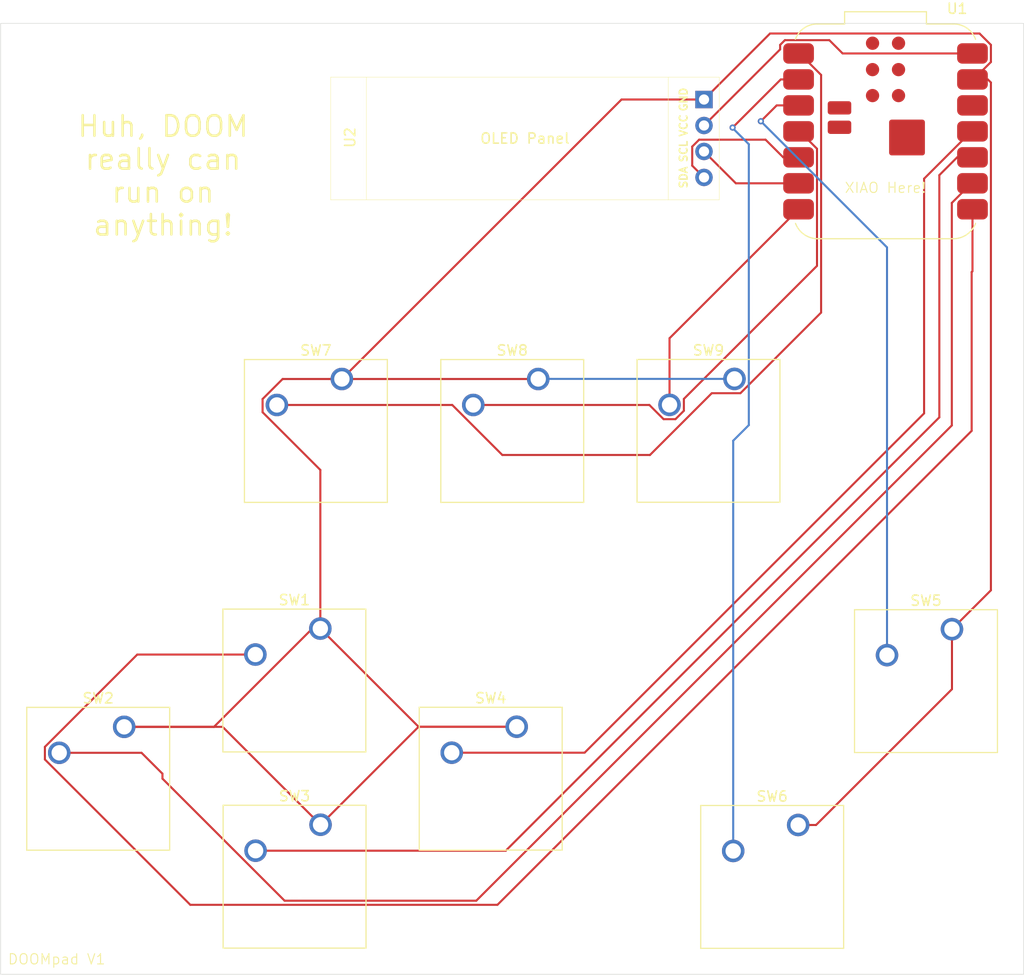
<source format=kicad_pcb>
(kicad_pcb (version 20241229) (generator "pcbnew") (generator_version "9.0")
  (title_block (title "DOOMpad PCB project") (date "2026-01-07") (rev "V1"))
  (layers (0 "F.Cu" signal) (2 "B.Cu" signal) (13 "F.Paste" user) (15 "B.Paste" user) (5 "F.SilkS" user "F.Silkscreen") (7 "B.SilkS" user "B.Silkscreen") (1 "F.Mask" user) (3 "B.Mask" user) (25 "Edge.Cuts" user))
  (net 0 "")
  (net 1 "Net-(U1-GPIO1{slash}RX)")
  (net 2 "Net-(U1-GPIO2{slash}SCK)")
  (net 3 "Net-(U1-GPIO4{slash}MISO)")
  (net 4 "Net-(U1-GPIO3{slash}MOSI)")
  (net 5 "Net-(U1-GPIO28{slash}ADC2{slash}A2)")
  (net 6 "Net-(U1-GPIO27{slash}ADC1{slash}A1)")
  (net 7 "Net-(U1-GPIO26{slash}ADC0{slash}A0)")
  (net 8 "Net-(U1-GPIO29{slash}ADC3{slash}A3)")
  (net 9 "Net-(U1-GPIO0{slash}TX)")
  (net 10 "Net-(U1-GPIO7{slash}SCL)")
  (net 12 "Net-(U1-VBUS)")
  (net 13 "Net-(U1-GPIO6{slash}SDA)")
  (net 14 "Net-(U1-GND)")
  (footprint "Button_Switch_Keyboard:SW_Cherry_MX_1.00u_PCB" (layer "F.Cu") (at 126.21 107.586735)
    (property "Reference" "SW1" (at -2.54 -2.794 0) (layer "F.SilkS"))
    (property "Value" "SW_Push")
    (fp_line (start -9.525001 -1.905) (end 4.445 -1.905) (stroke (width 0.12)) (layer "F.SilkS"))
    (fp_line (start -9.525 12.065) (end -9.525001 -1.905) (stroke (width 0.12)) (layer "F.SilkS"))
    (fp_line (start 4.445 -1.905) (end 4.445 12.065) (stroke (width 0.12)) (layer "F.SilkS"))
    (fp_line (start 4.445 12.065) (end -9.525 12.065) (stroke (width 0.12)) (layer "F.SilkS"))
    (pad "" np_thru_hole circle (at -7.62 5.08) (size 1.7 1.7) (drill 1.7) (layers "*.Cu" "*.Mask"))
    (pad "" np_thru_hole circle (at -2.54 5.08) (size 4 4) (drill 4) (layers "*.Cu" "*.Mask"))
    (pad "" np_thru_hole circle (at 2.54 5.08) (size 1.7 1.7) (drill 1.7) (layers "*.Cu" "*.Mask"))
    (pad "1" thru_hole circle (at 0 0) (size 2.2 2.2) (drill 1.5) (layers "*.Cu" "*.Mask") (net 14 "Net-(U1-GND)"))
    (pad "2" thru_hole circle (at -6.35 2.54) (size 2.2 2.2) (drill 1.5) (layers "*.Cu" "*.Mask") (net 1 "Net-(U1-GPIO1{slash}RX)"))
  )
  (footprint "Button_Switch_Keyboard:SW_Cherry_MX_1.00u_PCB" (layer "F.Cu") (at 107.035 117.196735)
    (property "Reference" "SW2" (at -2.54 -2.794 0) (layer "F.SilkS"))
    (property "Value" "SW_Push")
    (fp_line (start -9.525001 -1.905) (end 4.445 -1.905) (stroke (width 0.12)) (layer "F.SilkS"))
    (fp_line (start -9.525 12.065) (end -9.525001 -1.905) (stroke (width 0.12)) (layer "F.SilkS"))
    (fp_line (start 4.445 -1.905) (end 4.445 12.065) (stroke (width 0.12)) (layer "F.SilkS"))
    (fp_line (start 4.445 12.065) (end -9.525 12.065) (stroke (width 0.12)) (layer "F.SilkS"))
    (pad "" np_thru_hole circle (at -7.62 5.08) (size 1.7 1.7) (drill 1.7) (layers "*.Cu" "*.Mask"))
    (pad "" np_thru_hole circle (at -2.54 5.08) (size 4 4) (drill 4) (layers "*.Cu" "*.Mask"))
    (pad "" np_thru_hole circle (at 2.54 5.08) (size 1.7 1.7) (drill 1.7) (layers "*.Cu" "*.Mask"))
    (pad "1" thru_hole circle (at 0 0) (size 2.2 2.2) (drill 1.5) (layers "*.Cu" "*.Mask") (net 14 "Net-(U1-GND)"))
    (pad "2" thru_hole circle (at -6.35 2.54) (size 2.2 2.2) (drill 1.5) (layers "*.Cu" "*.Mask") (net 2 "Net-(U1-GPIO2{slash}SCK)"))
  )
  (footprint "Button_Switch_Keyboard:SW_Cherry_MX_1.00u_PCB" (layer "F.Cu") (at 128.315 83.176735)
    (property "Reference" "SW7" (at -2.54 -2.794 0) (layer "F.SilkS"))
    (property "Value" "SW_Push")
    (fp_line (start -9.525 -1.905) (end 4.445 -1.905) (stroke (width 0.12)) (layer "F.SilkS"))
    (fp_line (start -9.525 12.065) (end -9.525 -1.905) (stroke (width 0.12)) (layer "F.SilkS"))
    (fp_line (start 4.445 -1.905) (end 4.445 12.065) (stroke (width 0.12)) (layer "F.SilkS"))
    (fp_line (start 4.445 12.065) (end -9.525 12.065) (stroke (width 0.12)) (layer "F.SilkS"))
    (pad "" np_thru_hole circle (at -7.62 5.08) (size 1.7 1.7) (drill 1.7) (layers "*.Cu" "*.Mask"))
    (pad "" np_thru_hole circle (at -2.54 5.08) (size 4 4) (drill 4) (layers "*.Cu" "*.Mask"))
    (pad "" np_thru_hole circle (at 2.54 5.08) (size 1.7 1.7) (drill 1.7) (layers "*.Cu" "*.Mask"))
    (pad "1" thru_hole circle (at 0 0) (size 2.2 2.2) (drill 1.5) (layers "*.Cu" "*.Mask") (net 14 "Net-(U1-GND)"))
    (pad "2" thru_hole circle (at -6.35 2.54) (size 2.2 2.2) (drill 1.5) (layers "*.Cu" "*.Mask") (net 7 "Net-(U1-GPIO26{slash}ADC0{slash}A0)"))
  )
  (footprint "Button_Switch_Keyboard:SW_Cherry_MX_1.00u_PCB" (layer "F.Cu") (at 147.51 83.176735)
    (property "Reference" "SW8" (at -2.54 -2.794 0) (layer "F.SilkS"))
    (property "Value" "SW_Push")
    (fp_line (start -9.525 -1.905) (end 4.445 -1.905) (stroke (width 0.12)) (layer "F.SilkS"))
    (fp_line (start -9.525 12.065) (end -9.525 -1.905) (stroke (width 0.12)) (layer "F.SilkS"))
    (fp_line (start 4.445 -1.905) (end 4.445 12.065) (stroke (width 0.12)) (layer "F.SilkS"))
    (fp_line (start 4.445 12.065) (end -9.525 12.065) (stroke (width 0.12)) (layer "F.SilkS"))
    (pad "" np_thru_hole circle (at -7.62 5.08) (size 1.7 1.7) (drill 1.7) (layers "*.Cu" "*.Mask"))
    (pad "" np_thru_hole circle (at -2.54 5.08) (size 4 4) (drill 4) (layers "*.Cu" "*.Mask"))
    (pad "" np_thru_hole circle (at 2.54 5.08) (size 1.7 1.7) (drill 1.7) (layers "*.Cu" "*.Mask"))
    (pad "1" thru_hole circle (at 0 0) (size 2.2 2.2) (drill 1.5) (layers "*.Cu" "*.Mask") (net 14 "Net-(U1-GND)"))
    (pad "2" thru_hole circle (at -6.35 2.54) (size 2.2 2.2) (drill 1.5) (layers "*.Cu" "*.Mask") (net 8 "Net-(U1-GPIO29{slash}ADC3{slash}A3)"))
  )
  (footprint "Button_Switch_Keyboard:SW_Cherry_MX_1.00u_PCB" (layer "F.Cu") (at 166.695 83.166735)
    (property "Reference" "SW9" (at -2.54 -2.794 0) (layer "F.SilkS"))
    (property "Value" "SW_Push")
    (fp_line (start -9.525 -1.905) (end 4.445 -1.905) (stroke (width 0.12)) (layer "F.SilkS"))
    (fp_line (start -9.525 12.065) (end -9.525 -1.905) (stroke (width 0.12)) (layer "F.SilkS"))
    (fp_line (start 4.445 -1.905) (end 4.445 12.065) (stroke (width 0.12)) (layer "F.SilkS"))
    (fp_line (start 4.445 12.065) (end -9.525 12.065) (stroke (width 0.12)) (layer "F.SilkS"))
    (pad "" np_thru_hole circle (at -7.62 5.08) (size 1.7 1.7) (drill 1.7) (layers "*.Cu" "*.Mask"))
    (pad "" np_thru_hole circle (at -2.54 5.08) (size 4 4) (drill 4) (layers "*.Cu" "*.Mask"))
    (pad "" np_thru_hole circle (at 2.54 5.08) (size 1.7 1.7) (drill 1.7) (layers "*.Cu" "*.Mask"))
    (pad "1" thru_hole circle (at 0 0) (size 2.2 2.2) (drill 1.5) (layers "*.Cu" "*.Mask") (net 14 "Net-(U1-GND)"))
    (pad "2" thru_hole circle (at -6.35 2.54) (size 2.2 2.2) (drill 1.5) (layers "*.Cu" "*.Mask") (net 9 "Net-(U1-GPIO0{slash}TX)"))
  )
  (footprint "oled:SSD1306-0.91-OLED-4pin-128x32" (layer "F.Cu") (at 127.215 53.651735)
    (property "Reference" "U2" (at 1.9 5.91 90) (layer "F.SilkS"))
    (property "Value" "OLED_0.91_128x32")
    (fp_line (start 0 0) (end 0 12) (stroke (width 0.04)) (layer "F.SilkS"))
    (fp_line (start 0 12) (end 38 12) (stroke (width 0.04)) (layer "F.SilkS"))
    (fp_line (start 3.5 0) (end 3.5 12) (stroke (width 0.04)) (layer "F.SilkS"))
    (fp_line (start 33 0) (end 33 12) (stroke (width 0.04)) (layer "F.SilkS"))
    (fp_line (start 38 0) (end 0 0) (stroke (width 0.04)) (layer "F.SilkS"))
    (fp_line (start 38 12) (end 38 0) (stroke (width 0.04)) (layer "F.SilkS"))
    (fp_text user "VCC" (at 34.5 4.73 270) (layer "F.SilkS") (effects (font (size 0.75 0.75))))
    (fp_text user "SDA" (at 34.5 9.81 270) (layer "F.SilkS") (effects (font (size 0.75 0.75))))
    (fp_text user "OLED Panel" (at 19 6 0) (layer "F.SilkS"))
    (fp_text user "SCL" (at 34.5 7.27 270) (layer "F.SilkS") (effects (font (size 0.75 0.75))))
    (fp_text user "GND" (at 34.5 2.19 270) (layer "F.SilkS") (effects (font (size 0.75 0.75))))
    (pad "1" thru_hole rect (at 36.5 2.19) (size 1.7 1.7) (drill 1) (layers "*.Cu" "*.Mask") (net 14 "Net-(U1-GND)"))
    (pad "2" thru_hole oval (at 36.5 4.73) (size 1.7 1.7) (drill 1) (layers "*.Cu" "*.Mask") (net 12 "Net-(U1-VBUS)"))
    (pad "3" thru_hole oval (at 36.5 7.27) (size 1.7 1.7) (drill 1) (layers "*.Cu" "*.Mask") (net 10 "Net-(U1-GPIO7{slash}SCL)"))
    (pad "4" thru_hole oval (at 36.5 9.81) (size 1.7 1.7) (drill 1) (layers "*.Cu" "*.Mask") (net 13 "Net-(U1-GPIO6{slash}SDA)"))
  )
  (footprint "RF_Module:MCU_Seeed_ESP32C3" (layer "F.Cu") (at 181.46 58.956735)
    (property "Reference" "U1" (at 7 -12 0) (layer "F.SilkS"))
    (property "Value" "XIAO-RP2040-DIP")
    (fp_line (start -6.7 10.5) (end 6.7 10.5) (stroke (width 0.12)) (layer "F.SilkS"))
    (fp_line (start -4 -11.7) (end 4 -11.7) (stroke (width 0.12)) (layer "F.SilkS"))
    (fp_line (start -4 -10.5) (end -6.6 -10.5) (stroke (width 0.12)) (layer "F.SilkS"))
    (fp_line (start -4 -10.5) (end -4 -11.7) (stroke (width 0.12)) (layer "F.SilkS"))
    (fp_line (start 4 -11.7) (end 4 -10.5) (stroke (width 0.12)) (layer "F.SilkS"))
    (fp_line (start 6.6 -10.5) (end 4 -10.5) (stroke (width 0.12)) (layer "F.SilkS"))
    (fp_arc (start -8.812892 -9.00468) (mid -7.949609 -10.111769) (end -6.600468 -10.499999) (stroke (width 0.12)) (layer "F.SilkS"))
    (fp_arc (start -6.7 10.5) (mid -7.977232 10.068125) (end -8.8 9) (stroke (width 0.12)) (layer "F.SilkS"))
    (fp_arc (start 6.6 -10.499999) (mid 7.944325 -10.107116) (end 8.804034 -9.001464) (stroke (width 0.12)) (layer "F.SilkS"))
    (fp_arc (start 8.8 9) (mid 7.977232 10.068125) (end 6.7 10.5) (stroke (width 0.12)) (layer "F.SilkS"))
    (pad "1" smd roundrect (at -8.5 -7.62) (size 3 2) (layers "F.Cu" "F.Mask" "F.Paste") (net 7 "Net-(U1-GPIO26{slash}ADC0{slash}A0)"))
    (pad "2" smd roundrect (at -8.5 -5.08) (size 3 2) (layers "F.Cu" "F.Mask" "F.Paste") (net 6 "Net-(U1-GPIO27{slash}ADC1{slash}A1)"))
    (pad "3" smd roundrect (at -8.5 -2.54) (size 3 2) (layers "F.Cu" "F.Mask" "F.Paste") (net 5 "Net-(U1-GPIO28{slash}ADC2{slash}A2)"))
    (pad "4" smd roundrect (at -8.5 0) (size 3 2) (layers "F.Cu" "F.Mask" "F.Paste") (net 8 "Net-(U1-GPIO29{slash}ADC3{slash}A3)"))
    (pad "5" smd roundrect (at -8.5 2.54) (size 3 2) (layers "F.Cu" "F.Mask" "F.Paste") (net 13 "Net-(U1-GPIO6{slash}SDA)"))
    (pad "6" smd roundrect (at -8.5 5.08) (size 3 2) (layers "F.Cu" "F.Mask" "F.Paste") (net 10 "Net-(U1-GPIO7{slash}SCL)"))
    (pad "7" smd roundrect (at -8.5 7.62) (size 3 2) (layers "F.Cu" "F.Mask" "F.Paste") (net 9 "Net-(U1-GPIO0{slash}TX)"))
    (pad "8" smd roundrect (at 8.5 7.62) (size 3 2) (layers "F.Cu" "F.Mask" "F.Paste") (net 1 "Net-(U1-GPIO1{slash}RX)"))
    (pad "9" smd roundrect (at 8.5 5.08) (size 3 2) (layers "F.Cu" "F.Mask" "F.Paste") (net 2 "Net-(U1-GPIO2{slash}SCK)"))
    (pad "10" smd roundrect (at 8.5 2.54) (size 3 2) (layers "F.Cu" "F.Mask" "F.Paste") (net 3 "Net-(U1-GPIO4{slash}MISO)"))
    (pad "11" smd roundrect (at 8.5 0) (size 3 2) (layers "F.Cu" "F.Mask" "F.Paste") (net 4 "Net-(U1-GPIO3{slash}MOSI)"))
    (pad "12" smd roundrect (at 8.5 -2.54) (size 3 2) (layers "F.Cu" "F.Mask" "F.Paste"))
    (pad "13" smd roundrect (at 8.5 -5.08) (size 3 2) (layers "F.Cu" "F.Mask" "F.Paste") (net 14 "Net-(U1-GND)"))
    (pad "14" smd roundrect (at 8.5 -7.62) (size 3 2) (layers "F.Cu" "F.Mask" "F.Paste") (net 12 "Net-(U1-VBUS)"))
    (pad "15" smd roundrect (at 2.1 0.6) (size 3.5 3.5) (property pad_prop_heatsink) (layers "F.Cu" "F.Mask") (roundrect_rratio 0.07142857143))
    (pad "16" smd roundrect (at -4.5 -0.4) (size 2.3 1.3) (layers "F.Cu" "F.Mask" "F.Paste") (roundrect_rratio 0.1923076923))
    (pad "17" smd roundrect (at -4.5 -2.3) (size 2.3 1.3) (layers "F.Cu" "F.Mask" "F.Paste") (roundrect_rratio 0.1923076923))
    (pad "18" smd circle (at -1.27 -8.62) (size 1.3 1.3) (layers "F.Cu" "F.Mask" "F.Paste"))
    (pad "19" smd circle (at -1.27 -6.04) (size 1.3 1.3) (layers "F.Cu" "F.Mask" "F.Paste"))
    (pad "20" smd circle (at -1.27 -3.5) (size 1.3 1.3) (layers "F.Cu" "F.Mask" "F.Paste"))
    (pad "21" smd circle (at 1.27 -3.5) (size 1.3 1.3) (layers "F.Cu" "F.Mask" "F.Paste"))
    (pad "22" smd circle (at 1.27 -6.04) (size 1.3 1.3) (layers "F.Cu" "F.Mask" "F.Paste"))
    (pad "23" smd circle (at 1.27 -8.62) (size 1.3 1.3) (layers "F.Cu" "F.Mask" "F.Paste"))
  )
  (footprint "Button_Switch_Keyboard:SW_Cherry_MX_1.00u_PCB" (layer "F.Cu") (at 187.955 107.646735)
    (property "Reference" "SW5" (at -2.54 -2.794 0) (layer "F.SilkS"))
    (property "Value" "SW_Push")
    (fp_line (start -9.525001 -1.905) (end 4.445 -1.905) (stroke (width 0.12)) (layer "F.SilkS"))
    (fp_line (start -9.525 12.065) (end -9.525001 -1.905) (stroke (width 0.12)) (layer "F.SilkS"))
    (fp_line (start 4.445 -1.905) (end 4.445 12.065) (stroke (width 0.12)) (layer "F.SilkS"))
    (fp_line (start 4.445 12.065) (end -9.525 12.065) (stroke (width 0.12)) (layer "F.SilkS"))
    (pad "" np_thru_hole circle (at -7.62 5.08) (size 1.7 1.7) (drill 1.7) (layers "*.Cu" "*.Mask"))
    (pad "" np_thru_hole circle (at -2.54 5.08) (size 4 4) (drill 4) (layers "*.Cu" "*.Mask"))
    (pad "" np_thru_hole circle (at 2.54 5.08) (size 1.7 1.7) (drill 1.7) (layers "*.Cu" "*.Mask"))
    (pad "1" thru_hole circle (at 0 0) (size 2.2 2.2) (drill 1.5) (layers "*.Cu" "*.Mask") (net 14 "Net-(U1-GND)"))
    (pad "2" thru_hole circle (at -6.35 2.54) (size 2.2 2.2) (drill 1.5) (layers "*.Cu" "*.Mask") (net 5 "Net-(U1-GPIO28{slash}ADC2{slash}A2)"))
  )
  (footprint "Button_Switch_Keyboard:SW_Cherry_MX_1.00u_PCB" (layer "F.Cu") (at 126.23 126.771735)
    (property "Reference" "SW3" (at -2.54 -2.794 0) (layer "F.SilkS"))
    (property "Value" "SW_Push")
    (fp_line (start -9.525001 -1.905) (end 4.445 -1.905) (stroke (width 0.12)) (layer "F.SilkS"))
    (fp_line (start -9.525 12.065) (end -9.525001 -1.905) (stroke (width 0.12)) (layer "F.SilkS"))
    (fp_line (start 4.445 -1.905) (end 4.445 12.065) (stroke (width 0.12)) (layer "F.SilkS"))
    (fp_line (start 4.445 12.065) (end -9.525 12.065) (stroke (width 0.12)) (layer "F.SilkS"))
    (pad "" np_thru_hole circle (at -7.62 5.08) (size 1.7 1.7) (drill 1.7) (layers "*.Cu" "*.Mask"))
    (pad "" np_thru_hole circle (at -2.54 5.08) (size 4 4) (drill 4) (layers "*.Cu" "*.Mask"))
    (pad "" np_thru_hole circle (at 2.54 5.08) (size 1.7 1.7) (drill 1.7) (layers "*.Cu" "*.Mask"))
    (pad "1" thru_hole circle (at 0 0) (size 2.2 2.2) (drill 1.5) (layers "*.Cu" "*.Mask") (net 14 "Net-(U1-GND)"))
    (pad "2" thru_hole circle (at -6.35 2.54) (size 2.2 2.2) (drill 1.5) (layers "*.Cu" "*.Mask") (net 3 "Net-(U1-GPIO4{slash}MISO)"))
  )
  (footprint "Button_Switch_Keyboard:SW_Cherry_MX_1.00u_PCB" (layer "F.Cu") (at 145.405 117.186735)
    (property "Reference" "SW4" (at -2.54 -2.794 0) (layer "F.SilkS"))
    (property "Value" "SW_Push")
    (fp_line (start -9.525 -1.905) (end 4.445 -1.905) (stroke (width 0.12)) (layer "F.SilkS"))
    (fp_line (start -9.525 12.065) (end -9.525 -1.905) (stroke (width 0.12)) (layer "F.SilkS"))
    (fp_line (start 4.445 -1.905) (end 4.445 12.065) (stroke (width 0.12)) (layer "F.SilkS"))
    (fp_line (start 4.445 12.065) (end -9.525 12.065) (stroke (width 0.12)) (layer "F.SilkS"))
    (pad "" np_thru_hole circle (at -7.62 5.08) (size 1.7 1.7) (drill 1.7) (layers "*.Cu" "*.Mask"))
    (pad "" np_thru_hole circle (at -2.54 5.08) (size 4 4) (drill 4) (layers "*.Cu" "*.Mask"))
    (pad "" np_thru_hole circle (at 2.54 5.08) (size 1.7 1.7) (drill 1.7) (layers "*.Cu" "*.Mask"))
    (pad "1" thru_hole circle (at 0 0) (size 2.2 2.2) (drill 1.5) (layers "*.Cu" "*.Mask") (net 14 "Net-(U1-GND)"))
    (pad "2" thru_hole circle (at -6.35 2.54) (size 2.2 2.2) (drill 1.5) (layers "*.Cu" "*.Mask") (net 4 "Net-(U1-GPIO3{slash}MOSI)"))
  )
  (footprint "Button_Switch_Keyboard:SW_Cherry_MX_1.00u_PCB" (layer "F.Cu") (at 172.92 126.796735)
    (property "Reference" "SW6" (at -2.54 -2.794 0) (layer "F.SilkS"))
    (property "Value" "SW_Push")
    (fp_line (start -9.525 -1.905) (end 4.445 -1.905) (stroke (width 0.12)) (layer "F.SilkS"))
    (fp_line (start -9.525 12.065) (end -9.525 -1.905) (stroke (width 0.12)) (layer "F.SilkS"))
    (fp_line (start 4.445 -1.905) (end 4.445 12.065) (stroke (width 0.12)) (layer "F.SilkS"))
    (fp_line (start 4.445 12.065) (end -9.525 12.065) (stroke (width 0.12)) (layer "F.SilkS"))
    (pad "" np_thru_hole circle (at -7.62 5.08) (size 1.7 1.7) (drill 1.7) (layers "*.Cu" "*.Mask"))
    (pad "" np_thru_hole circle (at -2.54 5.08) (size 4 4) (drill 4) (layers "*.Cu" "*.Mask"))
    (pad "" np_thru_hole circle (at 2.54 5.08) (size 1.7 1.7) (drill 1.7) (layers "*.Cu" "*.Mask"))
    (pad "1" thru_hole circle (at 0 0) (size 2.2 2.2) (drill 1.5) (layers "*.Cu" "*.Mask") (net 14 "Net-(U1-GND)"))
    (pad "2" thru_hole circle (at -6.35 2.54) (size 2.2 2.2) (drill 1.5) (layers "*.Cu" "*.Mask") (net 6 "Net-(U1-GPIO27{slash}ADC1{slash}A1)"))
  )
  (gr_rect (start 94.96 48.396735) (end 194.96 141.396735) (stroke (width 0.05)) (fill no) (layer "Edge.Cuts"))
  (gr_text "DOOMpad V1" (at 95.61 140.51 0) (layer "F.SilkS") (effects (font (size 1 1) (thickness 0.1)) (justify left bottom)))
  (gr_text "XIAO Here!" (at 177.41 65.06 0) (layer "F.SilkS") (effects (font (size 1 1) (thickness 0.1)) (justify left bottom)))
  (gr_text "Huh, DOOM \nreally can \nrun on \nanything! " (at 111.6 63.296735 0) (layer "F.SilkS") (effects (font (size 2 2) (thickness 0.25))))
  (segment (start 189.88 72.716735) (end 189.88 88.246735) (width 0.2) (layer "F.Cu") (net 1))
  (segment (start 108.313686 110.126735) (end 119.86 110.126735) (width 0.2) (layer "F.Cu") (net 1))
  (segment (start 113.497184 134.603735) (end 99.284 120.390551) (width 0.2) (layer "F.Cu") (net 1))
  (segment (start 99.284 119.156421) (end 108.313686 110.126735) (width 0.2) (layer "F.Cu") (net 1))
  (segment (start 189.88 88.246735) (end 143.523 134.603735) (width 0.2) (layer "F.Cu") (net 1))
  (segment (start 99.284 120.390551) (end 99.284 119.156421) (width 0.2) (layer "F.Cu") (net 1))
  (segment (start 143.523 134.603735) (end 113.497184 134.603735) (width 0.2) (layer "F.Cu") (net 1))
  (segment (start 189.96 66.576735) (end 189.96 72.636735) (width 0.2) (layer "F.Cu") (net 1))
  (segment (start 189.96 72.636735) (end 189.88 72.716735) (width 0.2) (layer "F.Cu") (net 1))
  (segment (start 108.73347 119.736735) (end 100.685 119.736735) (width 0.2) (layer "F.Cu") (net 2))
  (segment (start 122.716184 134.202735) (end 110.776 122.262551) (width 0.2) (layer "F.Cu") (net 2))
  (segment (start 187.94 87.716735) (end 141.454 134.202735) (width 0.2) (layer "F.Cu") (net 2))
  (segment (start 110.776 122.262551) (end 110.776 121.779265) (width 0.2) (layer "F.Cu") (net 2))
  (segment (start 189.859942 64.036735) (end 187.94 65.956677) (width 0.2) (layer "F.Cu") (net 2))
  (segment (start 141.454 134.202735) (end 122.716184 134.202735) (width 0.2) (layer "F.Cu") (net 2))
  (segment (start 189.96 64.036735) (end 189.859942 64.036735) (width 0.2) (layer "F.Cu") (net 2))
  (segment (start 187.94 65.956677) (end 187.94 87.716735) (width 0.2) (layer "F.Cu") (net 2))
  (segment (start 110.776 121.779265) (end 108.73347 119.736735) (width 0.2) (layer "F.Cu") (net 2))
  (segment (start 189.96 61.496735) (end 188.46 61.496735) (width 0.2) (layer "F.Cu") (net 3))
  (segment (start 144.335 129.311735) (end 119.88 129.311735) (width 0.2) (layer "F.Cu") (net 3))
  (segment (start 188.46 61.496735) (end 186.72 63.236735) (width 0.2) (layer "F.Cu") (net 3))
  (segment (start 186.72 63.236735) (end 186.72 86.926735) (width 0.2) (layer "F.Cu") (net 3))
  (segment (start 189.821 61.496735) (end 189.96 61.496735) (width 0.2) (layer "F.Cu") (net 3))
  (segment (start 186.72 86.926735) (end 144.335 129.311735) (width 0.2) (layer "F.Cu") (net 3))
  (segment (start 185.23 63.586677) (end 185.23 86.536735) (width 0.2) (layer "F.Cu") (net 4))
  (segment (start 152.04 119.726735) (end 139.055 119.726735) (width 0.2) (layer "F.Cu") (net 4))
  (segment (start 189.859942 58.956735) (end 185.23 63.586677) (width 0.2) (layer "F.Cu") (net 4))
  (segment (start 190.060058 58.956735) (end 189.96 58.956735) (width 0.2) (layer "F.Cu") (net 4))
  (segment (start 185.23 86.536735) (end 152.04 119.726735) (width 0.2) (layer "F.Cu") (net 4))
  (segment (start 189.96 58.956735) (end 189.859942 58.956735) (width 0.2) (layer "F.Cu") (net 4))
  (segment (start 181.605 110.091735) (end 181.98 109.716735) (width 0.2) (layer "F.Cu") (net 5))
  (segment (start 170.82 56.416735) (end 172.96 56.416735) (width 0.2) (layer "F.Cu") (net 5))
  (segment (start 169.27 57.966735) (end 170.82 56.416735) (width 0.2) (layer "F.Cu") (net 5))
  (segment (start 181.605 110.186735) (end 181.605 110.091735) (width 0.2) (layer "F.Cu") (net 5))
  (via (at 169.27 57.966735) (size 0.6) (drill 0.3) (layers "F.Cu" "B.Cu") (net 5))
  (segment (start 181.605 70.301735) (end 169.27 57.966735) (width 0.2) (layer "B.Cu") (net 5))
  (segment (start 181.605 110.186735) (end 181.605 70.301735) (width 0.2) (layer "B.Cu") (net 5))
  (segment (start 166.51 58.586735) (end 171.22 53.876735) (width 0.2) (layer "F.Cu") (net 6))
  (segment (start 171.22 53.876735) (end 172.96 53.876735) (width 0.2) (layer "F.Cu") (net 6))
  (via (at 166.51 58.586735) (size 0.6) (drill 0.3) (layers "F.Cu" "B.Cu") (net 6))
  (segment (start 166.5 58.596735) (end 166.51 58.586735) (width 0.2) (layer "B.Cu") (net 6))
  (segment (start 166.57 89.213265) (end 168.096 87.687265) (width 0.2) (layer "B.Cu") (net 6))
  (segment (start 168.096 60.212735) (end 166.48 58.596735) (width 0.2) (layer "B.Cu") (net 6))
  (segment (start 166.57 129.336735) (end 166.57 89.213265) (width 0.2) (layer "B.Cu") (net 6))
  (segment (start 168.096 87.687265) (end 168.096 60.212735) (width 0.2) (layer "B.Cu") (net 6))
  (segment (start 166.48 58.596735) (end 166.5 58.596735) (width 0.2) (layer "B.Cu") (net 6))
  (segment (start 167.275314 84.567735) (end 175.162 76.681049) (width 0.2) (layer "F.Cu") (net 7))
  (segment (start 158.433314 90.607735) (end 164.473314 84.567735) (width 0.2) (layer "F.Cu") (net 7))
  (segment (start 139.105184 85.716735) (end 143.996184 90.607735) (width 0.2) (layer "F.Cu") (net 7))
  (segment (start 173.060058 51.336735) (end 172.96 51.336735) (width 0.2) (layer "F.Cu") (net 7))
  (segment (start 175.162 53.438677) (end 173.060058 51.336735) (width 0.2) (layer "F.Cu") (net 7))
  (segment (start 175.162 76.681049) (end 175.162 53.438677) (width 0.2) (layer "F.Cu") (net 7))
  (segment (start 143.996184 90.607735) (end 158.433314 90.607735) (width 0.2) (layer "F.Cu") (net 7))
  (segment (start 164.473314 84.567735) (end 167.275314 84.567735) (width 0.2) (layer "F.Cu") (net 7))
  (segment (start 121.965 85.716735) (end 139.105184 85.716735) (width 0.2) (layer "F.Cu") (net 7))
  (segment (start 174.761 72.111421) (end 174.761 60.657677) (width 0.2) (layer "F.Cu") (net 8))
  (segment (start 174.761 60.657677) (end 173.060058 58.956735) (width 0.2) (layer "F.Cu") (net 8))
  (segment (start 173.060058 58.956735) (end 172.96 58.956735) (width 0.2) (layer "F.Cu") (net 8))
  (segment (start 161.746 85.126421) (end 174.761 72.111421) (width 0.2) (layer "F.Cu") (net 8))
  (segment (start 160.925314 87.107735) (end 161.746 86.287049) (width 0.2) (layer "F.Cu") (net 8))
  (segment (start 159.764686 87.107735) (end 160.925314 87.107735) (width 0.2) (layer "F.Cu") (net 8))
  (segment (start 158.373686 85.716735) (end 159.764686 87.107735) (width 0.2) (layer "F.Cu") (net 8))
  (segment (start 161.746 86.287049) (end 161.746 85.126421) (width 0.2) (layer "F.Cu") (net 8))
  (segment (start 141.16 85.716735) (end 158.373686 85.716735) (width 0.2) (layer "F.Cu") (net 8))
  (segment (start 160.345 79.191735) (end 172.96 66.576735) (width 0.2) (layer "F.Cu") (net 9))
  (segment (start 160.345 85.706735) (end 160.345 79.191735) (width 0.2) (layer "F.Cu") (net 9))
  (segment (start 163.715 60.921735) (end 166.83 64.036735) (width 0.2) (layer "F.Cu") (net 10))
  (segment (start 166.83 64.036735) (end 172.96 64.036735) (width 0.2) (layer "F.Cu") (net 10))
  (segment (start 175.964082 50.035735) (end 177.265082 51.336735) (width 0.2) (layer "F.Cu") (net 12))
  (segment (start 171.159 50.937735) (end 171.159 50.497677) (width 0.2) (layer "F.Cu") (net 12))
  (segment (start 171.159 50.497677) (end 171.620942 50.035735) (width 0.2) (layer "F.Cu") (net 12))
  (segment (start 177.265082 51.336735) (end 189.96 51.336735) (width 0.2) (layer "F.Cu") (net 12))
  (segment (start 163.715 58.381735) (end 171.159 50.937735) (width 0.2) (layer "F.Cu") (net 12))
  (segment (start 171.620942 50.035735) (end 175.964082 50.035735) (width 0.2) (layer "F.Cu") (net 12))
  (segment (start 169.734 59.770735) (end 171.46 61.496735) (width 0.2) (layer "F.Cu") (net 13))
  (segment (start 163.715 63.461735) (end 162.564 62.310735) (width 0.2) (layer "F.Cu") (net 13))
  (segment (start 162.564 62.310735) (end 162.564 60.444975) (width 0.2) (layer "F.Cu") (net 13))
  (segment (start 171.46 61.496735) (end 172.96 61.496735) (width 0.2) (layer "F.Cu") (net 13))
  (segment (start 163.23824 59.770735) (end 169.734 59.770735) (width 0.2) (layer "F.Cu") (net 13))
  (segment (start 162.564 60.444975) (end 163.23824 59.770735) (width 0.2) (layer "F.Cu") (net 13))
  (segment (start 120.564 85.136421) (end 122.523686 83.176735) (width 0.2) (layer "F.Cu") (net 14))
  (segment (start 187.955 113.511551) (end 187.955 107.646735) (width 0.2) (layer "F.Cu") (net 14))
  (segment (start 135.815 117.186735) (end 145.405 117.186735) (width 0.2) (layer "F.Cu") (net 14))
  (segment (start 191.761 52.175793) (end 190.060058 53.876735) (width 0.2) (layer "F.Cu") (net 14))
  (segment (start 174.669816 126.796735) (end 187.955 113.511551) (width 0.2) (layer "F.Cu") (net 14))
  (segment (start 166.695 83.166735) (end 166.695 82.541735) (width 0.2) (layer "F.Cu") (net 14))
  (segment (start 191.46 53.876735) (end 189.96 53.876735) (width 0.2) (layer "F.Cu") (net 14))
  (segment (start 155.65 55.841735) (end 128.315 83.176735) (width 0.2) (layer "F.Cu") (net 14))
  (segment (start 126.23 126.771735) (end 116.655 117.196735) (width 0.2) (layer "F.Cu") (net 14))
  (segment (start 122.523686 83.176735) (end 128.315 83.176735) (width 0.2) (layer "F.Cu") (net 14))
  (segment (start 191.761 54.177735) (end 191.46 53.876735) (width 0.2) (layer "F.Cu") (net 14))
  (segment (start 120.564 86.427265) (end 120.564 85.136421) (width 0.2) (layer "F.Cu") (net 14))
  (segment (start 163.715 55.841735) (end 155.65 55.841735) (width 0.2) (layer "F.Cu") (net 14))
  (segment (start 172.92 126.796735) (end 174.669816 126.796735) (width 0.2) (layer "F.Cu") (net 14))
  (segment (start 145.405 117.186735) (end 135.81 117.186735) (width 0.2) (layer "F.Cu") (net 14))
  (segment (start 128.315 83.176735) (end 128.75 83.176735) (width 0.2) (layer "F.Cu") (net 14))
  (segment (start 128.75 83.176735) (end 128.88 83.306735) (width 0.2) (layer "F.Cu") (net 14))
  (segment (start 191.761 103.840735) (end 191.761 54.177735) (width 0.2) (layer "F.Cu") (net 14))
  (segment (start 190.649058 49.385735) (end 191.761 50.497677) (width 0.2) (layer "F.Cu") (net 14))
  (segment (start 170.171 49.385735) (end 190.649058 49.385735) (width 0.2) (layer "F.Cu") (net 14))
  (segment (start 125.425184 107.586735) (end 126.21 107.586735) (width 0.2) (layer "F.Cu") (net 14))
  (segment (start 190.060058 53.876735) (end 189.96 53.876735) (width 0.2) (layer "F.Cu") (net 14))
  (segment (start 126.23 126.771735) (end 135.815 117.186735) (width 0.2) (layer "F.Cu") (net 14))
  (segment (start 107.035 117.196735) (end 115.815184 117.196735) (width 0.2) (layer "F.Cu") (net 14))
  (segment (start 115.815184 117.196735) (end 125.425184 107.586735) (width 0.2) (layer "F.Cu") (net 14))
  (segment (start 129.01 83.176735) (end 147.51 83.176735) (width 0.2) (layer "F.Cu") (net 14))
  (segment (start 128.88 83.306735) (end 129.01 83.176735) (width 0.2) (layer "F.Cu") (net 14))
  (segment (start 126.21 92.073265) (end 120.564 86.427265) (width 0.2) (layer "F.Cu") (net 14))
  (segment (start 187.955 107.646735) (end 191.761 103.840735) (width 0.2) (layer "F.Cu") (net 14))
  (segment (start 163.715 55.841735) (end 170.171 49.385735) (width 0.2) (layer "F.Cu") (net 14))
  (segment (start 191.761 50.497677) (end 191.761 52.175793) (width 0.2) (layer "F.Cu") (net 14))
  (segment (start 116.655 117.196735) (end 107.035 117.196735) (width 0.2) (layer "F.Cu") (net 14))
  (segment (start 135.81 117.186735) (end 126.21 107.586735) (width 0.2) (layer "F.Cu") (net 14))
  (segment (start 126.21 107.586735) (end 126.21 92.073265) (width 0.2) (layer "F.Cu") (net 14))
  (segment (start 147.52 83.166735) (end 147.51 83.176735) (width 0.2) (layer "B.Cu") (net 14))
  (segment (start 166.695 83.166735) (end 147.52 83.166735) (width 0.2) (layer "B.Cu") (net 14))
)
</source>
